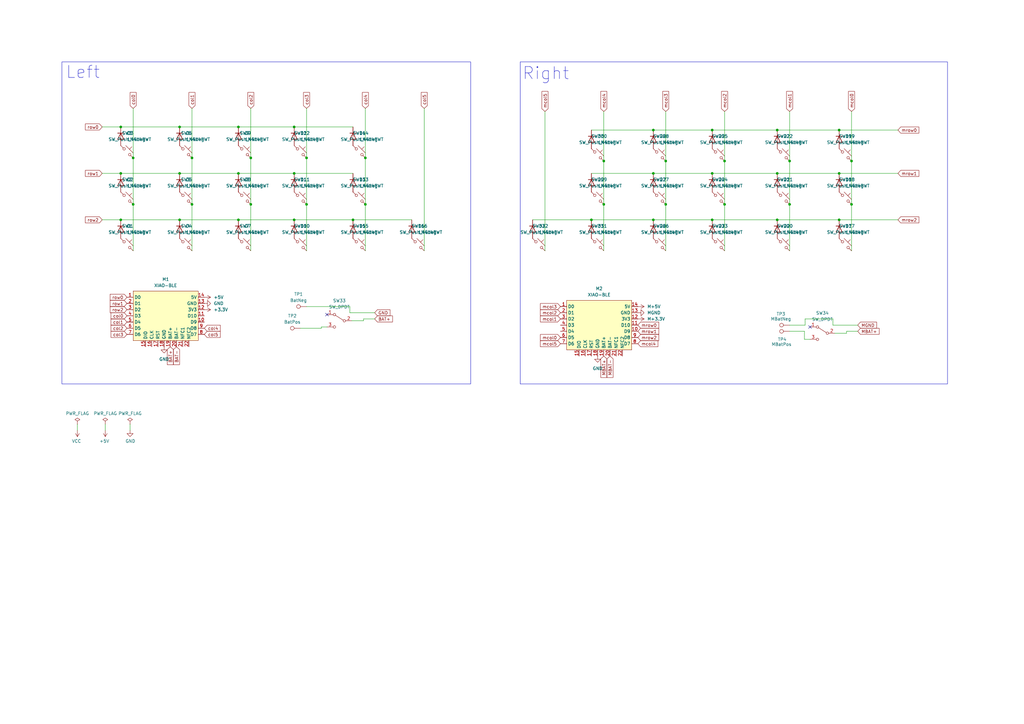
<source format=kicad_sch>
(kicad_sch (version 20250114) (generator "eeschema") (generator_version "9.0")
  (paper "A3")
  (lib_symbols
    (symbol "+5V_1" (power) (pin_numbers (hide yes)) (pin_names (offset 0) (hide yes))
      (property "Value" "+5V" (at 0 3.556 0))
      (symbol "+5V_1_0_1"
        (polyline (pts (xy -0.762 1.27) (xy 0 2.54)))
        (polyline (pts (xy 0 2.54) (xy 0.762 1.27)))
        (polyline (pts (xy 0 0) (xy 0 2.54)))
      )
      (symbol "+5V_1_1_1"
        (pin power_in line (at 0 0 90) (length 0) (name "~") (number "1"))
      )
    )
    (symbol "Connector:TestPoint" (pin_numbers (hide yes)) (pin_names (offset 0.762) (hide yes))
      (property "Reference" "TP" (at 0 6.858 0))
      (property "Value" "TestPoint" (at 0 5.08 0))
      (symbol "TestPoint_0_1"
        (circle (center 0 3.302) (radius 0.762))
      )
      (symbol "TestPoint_1_1"
        (pin passive line (at 0 0 90) (length 2.54) (name "1") (number "1"))
      )
    )
    (symbol "Diode:1N4148WT" (pin_numbers (hide yes)) (pin_names (hide yes))
      (property "Reference" "D" (at 0 2.54 0))
      (property "Value" "1N4148WT" (at 0 -2.54 0))
      (symbol "1N4148WT_0_1"
        (polyline (pts (xy -1.27 1.27) (xy -1.27 -1.27)) (stroke (width 0.254)))
        (polyline (pts (xy 1.27 1.27) (xy 1.27 -1.27) (xy -1.27 0) (xy 1.27 1.27)) (stroke (width 0.254)))
        (polyline (pts (xy 1.27 0) (xy -1.27 0)))
      )
      (symbol "1N4148WT_1_1"
        (pin passive line (at -3.81 0 0) (length 2.54) (name "K") (number "1"))
        (pin passive line (at 3.81 0 180) (length 2.54) (name "A") (number "2"))
      )
    )
    (symbol "GND_1" (power) (pin_numbers (hide yes)) (pin_names (offset 0) (hide yes))
      (property "Value" "GND" (at 0 -3.81 0))
      (symbol "GND_1_0_1"
        (polyline (pts (xy 0 0) (xy 0 -1.27) (xy 1.27 -1.27) (xy 0 -2.54) (xy -1.27 -1.27) (xy 0 -1.27)))
      )
      (symbol "GND_1_1_1"
        (pin power_in line (at 0 0 270) (length 0) (name "~") (number "1"))
      )
    )
    (symbol "Switch:SW_Push_45deg" (pin_numbers (hide yes)) (pin_names (offset 1.016) (hide yes))
      (property "Reference" "SW" (at 3.048 1.016 0))
      (property "Value" "SW_Push_45deg" (at 0 -3.81 0))
      (symbol "SW_Push_45deg_0_1"
        (polyline (pts (xy -2.54 2.54) (xy -1.524 1.524) (xy -1.524 1.524)))
        (circle (center -1.1684 1.1684) (radius 0.508))
        (polyline (pts (xy -0.508 2.54) (xy 2.54 -0.508)))
        (polyline (pts (xy 1.016 1.016) (xy 2.032 2.032)))
        (circle (center 1.143 -1.1938) (radius 0.508))
        (polyline (pts (xy 1.524 -1.524) (xy 2.54 -2.54) (xy 2.54 -2.54) (xy 2.54 -2.54)))
        (pin passive line (at -2.54 2.54 0) (length 0) (name "1") (number "1"))
        (pin passive line (at 2.54 -2.54 180) (length 0) (name "2") (number "2"))
      )
    )
    (symbol "fingerpunch:XIAO-BLE"
      (property "Reference" "M" (at 0 0 0))
      (property "Value" "XIAO-BLE" (at 0 2.54 0))
      (symbol "XIAO-BLE_0_1"
        (rectangle (start -12.7 10.16) (end 13.97 -10.16) (fill (type background)))
      )
      (symbol "XIAO-BLE_1_1"
        (pin bidirectional line (at -15.24 7.62 0) (length 2.54) (name "D0") (number "1"))
        (pin bidirectional line (at -15.24 5.08 0) (length 2.54) (name "D1") (number "2"))
        (pin bidirectional line (at -15.24 2.54 0) (length 2.54) (name "D2") (number "3"))
        (pin bidirectional line (at -15.24 0 0) (length 2.54) (name "D3") (number "4"))
        (pin bidirectional line (at -15.24 -2.54 0) (length 2.54) (name "D4") (number "5"))
        (pin bidirectional line (at -15.24 -5.08 0) (length 2.54) (name "D5") (number "6"))
        (pin bidirectional line (at -15.24 -7.62 0) (length 2.54) (name "D6") (number "7"))
        (pin bidirectional line (at -7.62 -12.7 90) (length 2.54) (name "DIO") (number "15"))
        (pin bidirectional line (at -5.08 -12.7 90) (length 2.54) (name "CLK") (number "16"))
        (pin bidirectional line (at -2.54 -12.7 90) (length 2.54) (name "RST") (number "17"))
        (pin bidirectional line (at 0 -12.7 90) (length 2.54) (name "GND") (number "18"))
        (pin bidirectional line (at 2.54 -12.7 90) (length 2.54) (name "BAT+") (number "19"))
        (pin bidirectional line (at 5.08 -12.7 90) (length 2.54) (name "BAT-") (number "20"))
        (pin bidirectional line (at 7.62 -12.7 90) (length 2.54) (name "NFC1") (number "21"))
        (pin bidirectional line (at 10.16 -12.7 90) (length 2.54) (name "NFC2") (number "22"))
        (pin power_in line (at 16.51 7.62 180) (length 2.54) (name "5V") (number "14"))
        (pin power_in line (at 16.51 5.08 180) (length 2.54) (name "GND") (number "13"))
        (pin power_in line (at 16.51 2.54 180) (length 2.54) (name "3V3") (number "12"))
        (pin bidirectional line (at 16.51 0 180) (length 2.54) (name "D10") (number "11"))
        (pin bidirectional line (at 16.51 -2.54 180) (length 2.54) (name "D9") (number "10"))
        (pin bidirectional line (at 16.51 -5.08 180) (length 2.54) (name "D8") (number "9"))
        (pin bidirectional line (at 16.51 -7.62 180) (length 2.54) (name "D7") (number "8"))
      )
    )
    (symbol "jiran-ble:SW_DPDT" (pin_names (hide yes))
      (property "Reference" "SW" (at 0 7.62 0))
      (property "Value" "SW_DPDT" (at 0 5.715 0))
      (symbol "SW_DPDT_0_0"
        (circle (center -3.302 0) (radius 0.508))
        (circle (center 0.762 -2.54) (radius 0.508))
      )
      (symbol "SW_DPDT_0_1"
        (polyline (pts (xy -2.794 0.254) (xy 0.381 2.286)))
        (circle (center 0.762 2.54) (radius 0.508))
      )
      (symbol "SW_DPDT_1_1"
        (pin passive line (at -6.35 0 0) (length 2.54) (name "B") (number "2"))
        (pin passive line (at 3.81 2.54 180) (length 2.54) (name "A") (number "1"))
        (pin passive line (at 3.81 -2.54 180) (length 2.54) (name "C") (number "3"))
      )
    )
    (symbol "power:+3.3V" (power) (pin_numbers (hide yes)) (pin_names (offset 0) (hide yes))
      (property "Value" "+3.3V" (at 0 3.556 0))
      (symbol "+3.3V_0_1"
        (polyline (pts (xy -0.762 1.27) (xy 0 2.54)))
        (polyline (pts (xy 0 2.54) (xy 0.762 1.27)))
        (polyline (pts (xy 0 0) (xy 0 2.54)))
      )
      (symbol "+3.3V_1_1"
        (pin power_in line (at 0 0 90) (length 0) (name "~") (number "1"))
      )
    )
    (symbol "power:+5V" (power) (pin_names (offset 0))
      (property "Value" "+5V" (at 0 3.556 0))
      (symbol "+5V_0_1"
        (polyline (pts (xy -0.762 1.27) (xy 0 2.54)))
        (polyline (pts (xy 0 2.54) (xy 0.762 1.27)))
        (polyline (pts (xy 0 0) (xy 0 2.54)))
      )
      (symbol "+5V_1_1"
        (pin power_in line (at 0 0 90) (length 0) (hide yes) (name "+5V") (number "1"))
      )
    )
    (symbol "power:GND" (power) (pin_names (offset 0))
      (property "Value" "GND" (at 0 -3.81 0))
      (symbol "GND_0_1"
        (polyline (pts (xy 0 0) (xy 0 -1.27) (xy 1.27 -1.27) (xy 0 -2.54) (xy -1.27 -1.27) (xy 0 -1.27)))
      )
      (symbol "GND_1_1"
        (pin power_in line (at 0 0 270) (length 0) (hide yes) (name "GND") (number "1"))
      )
    )
    (symbol "power:PWR_FLAG" (power) (pin_numbers (hide yes)) (pin_names (offset 0) (hide yes))
      (property "Value" "PWR_FLAG" (at 0 3.81 0))
      (symbol "PWR_FLAG_0_0"
        (pin power_out line (at 0 0 90) (length 0) (name "pwr") (number "1"))
      )
      (symbol "PWR_FLAG_0_1"
        (polyline (pts (xy 0 0) (xy 0 1.27) (xy -1.016 1.905) (xy 0 2.54) (xy 1.016 1.905) (xy 0 1.27)))
      )
    )
    (symbol "power:VCC" (power) (pin_names (offset 0))
      (property "Value" "VCC" (at 0 3.81 0))
      (symbol "VCC_0_1"
        (polyline (pts (xy -0.762 1.27) (xy 0 2.54)))
        (polyline (pts (xy 0 2.54) (xy 0.762 1.27)))
        (polyline (pts (xy 0 0) (xy 0 2.54)))
      )
      (symbol "VCC_1_1"
        (pin power_in line (at 0 0 90) (length 0) (hide yes) (name "VCC") (number "1"))
      )
    )
  )
  (rectangle (start 25.4 25.4) (end 193.04 157.48))
  (rectangle (start 213.36 25.4) (end 388.62 157.48))
  (text "Right" (at 214.122 30.226 0) (effects (font (size 5 5)) (justify left)))
  (text "Left" (at 26.924 29.718 0) (effects (font (size 5 5)) (justify left)))
  (junction (at 344.17 90.17))
  (junction (at 273.05 83.82))
  (junction (at 125.73 64.77))
  (junction (at 292.1 90.17))
  (junction (at 102.87 83.82))
  (junction (at 73.66 90.17))
  (junction (at 54.61 64.77))
  (junction (at 49.53 52.07))
  (junction (at 267.97 71.12))
  (junction (at 318.77 71.12))
  (junction (at 267.97 90.17))
  (junction (at 144.78 90.17))
  (junction (at 73.66 52.07))
  (junction (at 297.18 66.04))
  (junction (at 78.74 83.82))
  (junction (at 323.85 66.04))
  (junction (at 318.77 53.34))
  (junction (at 273.05 66.04))
  (junction (at 323.85 83.82))
  (junction (at 54.61 83.82))
  (junction (at 297.18 83.82))
  (junction (at 97.79 52.07))
  (junction (at 247.65 66.04))
  (junction (at 149.86 64.77))
  (junction (at 267.97 53.34))
  (junction (at 97.79 71.12))
  (junction (at 349.25 66.04))
  (junction (at 344.17 53.34))
  (junction (at 78.74 64.77))
  (junction (at 120.65 71.12))
  (junction (at 344.17 71.12))
  (junction (at 120.65 52.07))
  (junction (at 318.77 90.17))
  (junction (at 49.53 90.17))
  (junction (at 242.57 90.17))
  (junction (at 120.65 90.17))
  (junction (at 102.87 64.77))
  (junction (at 349.25 83.82))
  (junction (at 149.86 83.82))
  (junction (at 49.53 71.12))
  (junction (at 125.73 83.82))
  (junction (at 247.65 83.82))
  (junction (at 292.1 53.34))
  (junction (at 292.1 71.12))
  (junction (at 73.66 71.12))
  (junction (at 97.79 90.17))
  (no_connect (at 134.112 129.032))
  (no_connect (at 332.232 134.112))
  (wire (pts (xy 134.112 134.112) (xy 131.826 134.112)))
  (wire (pts (xy 125.73 44.45) (xy 125.73 64.77)))
  (wire (pts (xy 78.74 64.77) (xy 78.74 83.82)))
  (wire (pts (xy 120.65 71.12) (xy 144.78 71.12)))
  (wire (pts (xy 149.86 83.82) (xy 149.86 64.77)))
  (wire (pts (xy 323.85 45.72) (xy 323.85 66.04)))
  (wire (pts (xy 43.18 173.99) (xy 43.18 176.53)))
  (wire (pts (xy 323.85 83.82) (xy 323.85 102.87)))
  (wire (pts (xy 125.73 64.77) (xy 125.73 83.82)))
  (wire (pts (xy 78.74 83.82) (xy 78.74 102.87)))
  (wire (pts (xy 351.79 135.89) (xy 347.218 135.89)))
  (wire (pts (xy 125.73 125.73) (xy 143.51 125.73)))
  (wire (pts (xy 41.91 90.17) (xy 49.53 90.17)))
  (wire (pts (xy 31.75 173.99) (xy 31.75 176.53)))
  (wire (pts (xy 247.65 45.72) (xy 247.65 66.04)))
  (wire (pts (xy 73.66 90.17) (xy 97.79 90.17)))
  (wire (pts (xy 41.91 71.12) (xy 49.53 71.12)))
  (wire (pts (xy 347.218 136.652) (xy 342.392 136.652)))
  (wire (pts (xy 297.18 66.04) (xy 297.18 83.82)))
  (wire (pts (xy 102.87 64.77) (xy 102.87 83.82)))
  (wire (pts (xy 149.098 131.572) (xy 144.272 131.572)))
  (wire (pts (xy 73.66 52.07) (xy 97.79 52.07)))
  (wire (pts (xy 273.05 45.72) (xy 273.05 66.04)))
  (wire (pts (xy 347.218 135.89) (xy 347.218 136.652)))
  (wire (pts (xy 341.63 133.35) (xy 341.63 130.81)))
  (wire (pts (xy 149.098 130.81) (xy 149.098 131.572)))
  (wire (pts (xy 53.34 173.99) (xy 53.34 176.53)))
  (wire (pts (xy 143.51 128.27) (xy 143.51 125.73)))
  (wire (pts (xy 329.946 139.192) (xy 329.946 135.89)))
  (wire (pts (xy 323.85 135.89) (xy 329.946 135.89)))
  (wire (pts (xy 344.17 71.12) (xy 318.77 71.12)))
  (wire (pts (xy 318.77 53.34) (xy 344.17 53.34)))
  (wire (pts (xy 144.78 90.17) (xy 168.91 90.17)))
  (wire (pts (xy 332.232 139.192) (xy 329.946 139.192)))
  (wire (pts (xy 349.25 45.72) (xy 349.25 66.04)))
  (wire (pts (xy 267.97 71.12) (xy 242.57 71.12)))
  (wire (pts (xy 102.87 83.82) (xy 102.87 102.87)))
  (wire (pts (xy 49.53 71.12) (xy 73.66 71.12)))
  (wire (pts (xy 247.65 83.82) (xy 247.65 102.87)))
  (wire (pts (xy 341.63 133.35) (xy 351.79 133.35)))
  (wire (pts (xy 73.66 71.12) (xy 97.79 71.12)))
  (wire (pts (xy 297.18 83.82) (xy 297.18 102.87)))
  (wire (pts (xy 349.25 83.82) (xy 349.25 102.87)))
  (wire (pts (xy 349.25 66.04) (xy 349.25 83.82)))
  (wire (pts (xy 318.77 90.17) (xy 344.17 90.17)))
  (wire (pts (xy 120.65 52.07) (xy 144.78 52.07)))
  (wire (pts (xy 292.1 90.17) (xy 318.77 90.17)))
  (wire (pts (xy 344.17 90.17) (xy 368.3 90.17)))
  (wire (pts (xy 341.63 130.81) (xy 330.2 130.81)))
  (wire (pts (xy 153.67 130.81) (xy 149.098 130.81)))
  (wire (pts (xy 97.79 52.07) (xy 120.65 52.07)))
  (wire (pts (xy 292.1 71.12) (xy 267.97 71.12)))
  (wire (pts (xy 78.74 44.45) (xy 78.74 64.77)))
  (wire (pts (xy 368.3 71.12) (xy 344.17 71.12)))
  (wire (pts (xy 297.18 45.72) (xy 297.18 66.04)))
  (wire (pts (xy 125.73 83.82) (xy 125.73 102.87)))
  (wire (pts (xy 54.61 44.45) (xy 54.61 64.77)))
  (wire (pts (xy 323.85 133.35) (xy 330.2 133.35)))
  (wire (pts (xy 318.77 71.12) (xy 292.1 71.12)))
  (wire (pts (xy 267.97 90.17) (xy 292.1 90.17)))
  (wire (pts (xy 323.85 66.04) (xy 323.85 83.82)))
  (wire (pts (xy 242.57 90.17) (xy 267.97 90.17)))
  (wire (pts (xy 102.87 44.45) (xy 102.87 64.77)))
  (wire (pts (xy 120.65 90.17) (xy 144.78 90.17)))
  (wire (pts (xy 123.19 134.62) (xy 131.826 134.62)))
  (wire (pts (xy 247.65 66.04) (xy 247.65 83.82)))
  (wire (pts (xy 223.52 45.72) (xy 223.52 102.87)))
  (wire (pts (xy 54.61 83.82) (xy 54.61 102.87)))
  (wire (pts (xy 131.826 134.112) (xy 131.826 134.62)))
  (wire (pts (xy 292.1 53.34) (xy 318.77 53.34)))
  (wire (pts (xy 267.97 53.34) (xy 292.1 53.34)))
  (wire (pts (xy 344.17 53.34) (xy 368.3 53.34)))
  (wire (pts (xy 173.99 44.45) (xy 173.99 102.87)))
  (wire (pts (xy 149.86 64.77) (xy 149.86 44.45)))
  (wire (pts (xy 149.86 83.82) (xy 149.86 102.87)))
  (wire (pts (xy 97.79 71.12) (xy 120.65 71.12)))
  (wire (pts (xy 242.57 53.34) (xy 267.97 53.34)))
  (wire (pts (xy 143.51 128.27) (xy 153.67 128.27)))
  (wire (pts (xy 330.2 130.81) (xy 330.2 133.35)))
  (wire (pts (xy 49.53 90.17) (xy 73.66 90.17)))
  (wire (pts (xy 97.79 90.17) (xy 120.65 90.17)))
  (wire (pts (xy 54.61 64.77) (xy 54.61 83.82)))
  (wire (pts (xy 49.53 52.07) (xy 73.66 52.07)))
  (wire (pts (xy 273.05 66.04) (xy 273.05 83.82)))
  (wire (pts (xy 273.05 83.82) (xy 273.05 102.87)))
  (wire (pts (xy 41.91 52.07) (xy 49.53 52.07)))
  (wire (pts (xy 218.44 90.17) (xy 242.57 90.17)))
  (global_label "row2" (shape input) (at 41.91 90.17 180) (property "Intersheetrefs" "${INTERSHEET_REFS}" (effects (hide yes))))
  (global_label "mrow2" (shape input) (at 261.62 138.43 0) (property "Intersheetrefs" "${INTERSHEET_REFS}" (effects (hide yes))))
  (global_label "mcol5" (shape input) (at 223.52 45.72 90) (property "Intersheetrefs" "${INTERSHEET_REFS}" (effects (hide yes))))
  (global_label "mcol1" (shape input) (at 323.85 45.72 90) (property "Intersheetrefs" "${INTERSHEET_REFS}" (effects (hide yes))))
  (global_label "MBAT-" (shape input) (at 250.19 146.05 270) (property "Intersheetrefs" "${INTERSHEET_REFS}" (effects (hide yes))))
  (global_label "mcol2" (shape input) (at 229.87 128.27 180) (property "Intersheetrefs" "${INTERSHEET_REFS}" (effects (hide yes))))
  (global_label "mcol5" (shape input) (at 229.87 140.97 180) (property "Intersheetrefs" "${INTERSHEET_REFS}" (effects (hide yes))))
  (global_label "MGND" (shape input) (at 351.79 133.35 0) (property "Intersheetrefs" "${INTERSHEET_REFS}" (effects (hide yes))))
  (global_label "mrow0" (shape input) (at 368.3 53.34 0) (property "Intersheetrefs" "${INTERSHEET_REFS}" (effects (hide yes))))
  (global_label "mcol4" (shape input) (at 247.65 45.72 90) (property "Intersheetrefs" "${INTERSHEET_REFS}" (effects (hide yes))))
  (global_label "mcol3" (shape input) (at 229.87 125.73 180) (property "Intersheetrefs" "${INTERSHEET_REFS}" (effects (hide yes))))
  (global_label "BAT+" (shape input) (at 153.67 130.81 0) (property "Intersheetrefs" "${INTERSHEET_REFS}" (effects (hide yes))))
  (global_label "col1" (shape input) (at 78.74 44.45 90) (property "Intersheetrefs" "${INTERSHEET_REFS}" (effects (hide yes))))
  (global_label "row2" (shape input) (at 52.07 127 180) (property "Intersheetrefs" "${INTERSHEET_REFS}" (effects (hide yes))))
  (global_label "row0" (shape input) (at 52.07 121.92 180) (property "Intersheetrefs" "${INTERSHEET_REFS}" (effects (hide yes))))
  (global_label "row0" (shape input) (at 41.91 52.07 180) (property "Intersheetrefs" "${INTERSHEET_REFS}" (effects (hide yes))))
  (global_label "mcol0" (shape input) (at 229.87 138.43 180) (property "Intersheetrefs" "${INTERSHEET_REFS}" (effects (hide yes))))
  (global_label "mrow2" (shape input) (at 368.3 90.17 0) (property "Intersheetrefs" "${INTERSHEET_REFS}" (effects (hide yes))))
  (global_label "MBAT+" (shape input) (at 247.65 146.05 270) (property "Intersheetrefs" "${INTERSHEET_REFS}" (effects (hide yes))))
  (global_label "mcol2" (shape input) (at 297.18 45.72 90) (property "Intersheetrefs" "${INTERSHEET_REFS}" (effects (hide yes))))
  (global_label "mrow1" (shape input) (at 261.62 135.89 0) (property "Intersheetrefs" "${INTERSHEET_REFS}" (effects (hide yes))))
  (global_label "BAT+" (shape input) (at 69.85 142.24 270) (property "Intersheetrefs" "${INTERSHEET_REFS}" (effects (hide yes))))
  (global_label "MBAT+" (shape input) (at 351.79 135.89 0) (property "Intersheetrefs" "${INTERSHEET_REFS}" (effects (hide yes))))
  (global_label "col4" (shape input) (at 83.82 134.62 0) (property "Intersheetrefs" "${INTERSHEET_REFS}" (effects (hide yes))))
  (global_label "mcol1" (shape input) (at 229.87 130.81 180) (property "Intersheetrefs" "${INTERSHEET_REFS}" (effects (hide yes))))
  (global_label "mrow1" (shape input) (at 368.3 71.12 0) (property "Intersheetrefs" "${INTERSHEET_REFS}" (effects (hide yes))))
  (global_label "BAT-" (shape input) (at 72.39 142.24 270) (property "Intersheetrefs" "${INTERSHEET_REFS}" (effects (hide yes))))
  (global_label "GND" (shape input) (at 153.67 128.27 0) (property "Intersheetrefs" "${INTERSHEET_REFS}" (effects (hide yes))))
  (global_label "col4" (shape input) (at 149.86 44.45 90) (property "Intersheetrefs" "${INTERSHEET_REFS}" (effects (hide yes))))
  (global_label "col2" (shape input) (at 52.07 134.62 180) (property "Intersheetrefs" "${INTERSHEET_REFS}" (effects (hide yes))))
  (global_label "col1" (shape input) (at 52.07 132.08 180) (property "Intersheetrefs" "${INTERSHEET_REFS}" (effects (hide yes))))
  (global_label "col5" (shape input) (at 83.82 137.16 0) (property "Intersheetrefs" "${INTERSHEET_REFS}" (effects (hide yes))))
  (global_label "col3" (shape input) (at 125.73 44.45 90) (property "Intersheetrefs" "${INTERSHEET_REFS}" (effects (hide yes))))
  (global_label "col3" (shape input) (at 52.07 137.16 180) (property "Intersheetrefs" "${INTERSHEET_REFS}" (effects (hide yes))))
  (global_label "row1" (shape input) (at 52.07 124.46 180) (property "Intersheetrefs" "${INTERSHEET_REFS}" (effects (hide yes))))
  (global_label "row1" (shape input) (at 41.91 71.12 180) (property "Intersheetrefs" "${INTERSHEET_REFS}" (effects (hide yes))))
  (global_label "col0" (shape input) (at 54.61 44.45 90) (property "Intersheetrefs" "${INTERSHEET_REFS}" (effects (hide yes))))
  (global_label "col0" (shape input) (at 52.07 129.54 180) (property "Intersheetrefs" "${INTERSHEET_REFS}" (effects (hide yes))))
  (global_label "col5" (shape input) (at 173.99 44.45 90) (property "Intersheetrefs" "${INTERSHEET_REFS}" (effects (hide yes))))
  (global_label "mrow0" (shape input) (at 261.62 133.35 0) (property "Intersheetrefs" "${INTERSHEET_REFS}" (effects (hide yes))))
  (global_label "col2" (shape input) (at 102.87 44.45 90) (property "Intersheetrefs" "${INTERSHEET_REFS}" (effects (hide yes))))
  (global_label "mcol3" (shape input) (at 273.05 45.72 90) (property "Intersheetrefs" "${INTERSHEET_REFS}" (effects (hide yes))))
  (global_label "mcol0" (shape input) (at 349.25 45.72 90) (property "Intersheetrefs" "${INTERSHEET_REFS}" (effects (hide yes))))
  (global_label "mcol4" (shape input) (at 261.62 140.97 0) (property "Intersheetrefs" "${INTERSHEET_REFS}" (effects (hide yes))))
  (symbol (lib_id "Diode:1N4148WT") (at 318.77 93.98 270) (unit 1)
    (property "Reference" "D20" (at 321.31 92.7099 90) (effects (justify left)))
    (property "Value" "1N4148WT" (at 321.31 95.2499 90) (effects (justify left)))
    (property "Footprint" "Diode_SMD:D_SOD-523" (effects (hide yes)))
    (property "Datasheet" "https://www.diodes.com/assets/Datasheets/ds30396.pdf" (effects (hide yes)))
    (property "Description" "75V 0.15A Fast switching Diode, SOD-523" (effects (hide yes)))
    (property "Sim.Device" "D" (effects (hide yes)))
    (property "Sim.Pins" "1=K 2=A" (effects (hide yes)))
  )
  (symbol (lib_id "Diode:1N4148WT") (at 144.78 93.98 270) (unit 1)
    (property "Reference" "D15" (at 147.32 92.7099 90) (effects (justify left)))
    (property "Value" "1N4148WT" (at 147.32 95.2499 90) (effects (justify left)))
    (property "Footprint" "Diode_SMD:D_SOD-523" (effects (hide yes)))
    (property "Datasheet" "https://www.diodes.com/assets/Datasheets/ds30396.pdf" (effects (hide yes)))
    (property "Description" "75V 0.15A Fast switching Diode, SOD-523" (effects (hide yes)))
    (property "Sim.Device" "D" (effects (hide yes)))
    (property "Sim.Pins" "1=K 2=A" (effects (hide yes)))
  )
  (symbol (lib_id "Diode:1N4148WT") (at 344.17 74.93 270) (unit 1)
    (property "Reference" "D18" (at 346.71 73.6599 90) (effects (justify left)))
    (property "Value" "1N4148WT" (at 346.71 76.1999 90) (effects (justify left)))
    (property "Footprint" "Diode_SMD:D_SOD-523" (effects (hide yes)))
    (property "Datasheet" "https://www.diodes.com/assets/Datasheets/ds30396.pdf" (effects (hide yes)))
    (property "Description" "75V 0.15A Fast switching Diode, SOD-523" (effects (hide yes)))
    (property "Sim.Device" "D" (effects (hide yes)))
    (property "Sim.Pins" "1=K 2=A" (effects (hide yes)))
  )
  (symbol (lib_id "Diode:1N4148WT") (at 292.1 57.15 270) (unit 1)
    (property "Reference" "D25" (at 294.64 55.8799 90) (effects (justify left)))
    (property "Value" "1N4148WT" (at 294.64 58.4199 90) (effects (justify left)))
    (property "Footprint" "Diode_SMD:D_SOD-523" (effects (hide yes)))
    (property "Datasheet" "https://www.diodes.com/assets/Datasheets/ds30396.pdf" (effects (hide yes)))
    (property "Description" "75V 0.15A Fast switching Diode, SOD-523" (effects (hide yes)))
    (property "Sim.Device" "D" (effects (hide yes)))
    (property "Sim.Pins" "1=K 2=A" (effects (hide yes)))
  )
  (symbol (lib_id "power:+3.3V") (at 83.82 127 270) (unit 1)
    (property "Reference" "#PWR08" (effects (hide yes)))
    (property "Value" "+3.3V" (at 87.63 126.9999 90) (effects (justify left)))
    (property "Description" "Power symbol creates a global label with name \"+3.3V\"" (effects (hide yes)))
  )
  (symbol (lib_id "Switch:SW_Push_45deg") (at 76.2 100.33 0) (unit 1)
    (property "Reference" "SW4" (at 76.2 92.71 0))
    (property "Value" "SW_Push_45deg" (at 76.2 95.25 0))
    (property "Footprint" "xxLib:Switch_MXChocV2_combo" (effects (hide yes)))
    (property "Description" "Push button switch, normally open, two pins, 45° tilted" (effects (hide yes)))
  )
  (symbol (lib_id "Diode:1N4148WT") (at 97.79 55.88 270) (unit 1)
    (property "Reference" "D9" (at 100.33 54.6099 90) (effects (justify left)))
    (property "Value" "1N4148WT" (at 100.33 57.1499 90) (effects (justify left)))
    (property "Footprint" "Diode_SMD:D_SOD-523" (effects (hide yes)))
    (property "Datasheet" "https://www.diodes.com/assets/Datasheets/ds30396.pdf" (effects (hide yes)))
    (property "Description" "75V 0.15A Fast switching Diode, SOD-523" (effects (hide yes)))
    (property "Sim.Device" "D" (effects (hide yes)))
    (property "Sim.Pins" "1=K 2=A" (effects (hide yes)))
  )
  (symbol (lib_id "power:+5V") (at 43.18 176.53 180) (unit 1)
    (property "Reference" "#PWR02" (effects (hide yes)))
    (property "Value" "+5V" (at 42.799 180.9242 0))
  )
  (symbol (lib_id "Switch:SW_Push_45deg") (at 294.64 63.5 0) (unit 1)
    (property "Reference" "SW25" (at 294.64 55.88 0))
    (property "Value" "SW_Push_45deg" (at 294.64 58.42 0))
    (property "Footprint" "xxLib:Switch_MXChocV2_combo" (effects (hide yes)))
    (property "Description" "Push button switch, normally open, two pins, 45° tilted" (effects (hide yes)))
  )
  (symbol (lib_id "Diode:1N4148WT") (at 144.78 55.88 270) (unit 1)
    (property "Reference" "D14" (at 147.32 54.6099 90) (effects (justify left)))
    (property "Value" "1N4148WT" (at 147.32 57.1499 90) (effects (justify left)))
    (property "Footprint" "Diode_SMD:D_SOD-523" (effects (hide yes)))
    (property "Datasheet" "https://www.diodes.com/assets/Datasheets/ds30396.pdf" (effects (hide yes)))
    (property "Description" "75V 0.15A Fast switching Diode, SOD-523" (effects (hide yes)))
    (property "Sim.Device" "D" (effects (hide yes)))
    (property "Sim.Pins" "1=K 2=A" (effects (hide yes)))
  )
  (symbol (lib_id "Switch:SW_Push_45deg") (at 147.32 100.33 0) (unit 1)
    (property "Reference" "SW15" (at 147.32 92.71 0))
    (property "Value" "SW_Push_45deg" (at 147.32 95.25 0))
    (property "Footprint" "xxLib:Switch_MXChocV2_combo" (effects (hide yes)))
    (property "Description" "Push button switch, normally open, two pins, 45° tilted" (effects (hide yes)))
  )
  (symbol (lib_id "Switch:SW_Push_45deg") (at 270.51 63.5 0) (unit 1)
    (property "Reference" "SW28" (at 270.51 55.88 0))
    (property "Value" "SW_Push_45deg" (at 270.51 58.42 0))
    (property "Footprint" "xxLib:Switch_MXChocV2_combo" (effects (hide yes)))
    (property "Description" "Push button switch, normally open, two pins, 45° tilted" (effects (hide yes)))
  )
  (symbol (lib_id "Diode:1N4148WT") (at 242.57 93.98 270) (unit 1)
    (property "Reference" "D31" (at 245.11 92.7099 90) (effects (justify left)))
    (property "Value" "1N4148WT" (at 245.11 95.2499 90) (effects (justify left)))
    (property "Footprint" "Diode_SMD:D_SOD-523" (effects (hide yes)))
    (property "Datasheet" "https://www.diodes.com/assets/Datasheets/ds30396.pdf" (effects (hide yes)))
    (property "Description" "75V 0.15A Fast switching Diode, SOD-523" (effects (hide yes)))
    (property "Sim.Device" "D" (effects (hide yes)))
    (property "Sim.Pins" "1=K 2=A" (effects (hide yes)))
  )
  (symbol (lib_id "Switch:SW_Push_45deg") (at 321.31 100.33 0) (unit 1)
    (property "Reference" "SW20" (at 321.31 92.71 0))
    (property "Value" "SW_Push_45deg" (at 321.31 95.25 0))
    (property "Footprint" "xxLib:Switch_MXChocV2_combo" (effects (hide yes)))
    (property "Description" "Push button switch, normally open, two pins, 45° tilted" (effects (hide yes)))
  )
  (symbol (lib_id "Connector:TestPoint") (at 123.19 134.62 90) (unit 1)
    (property "Reference" "TP2" (at 119.888 129.54 90))
    (property "Value" "BatPos" (at 119.888 132.08 90))
    (property "Footprint" "xxLib:SMDPad" (effects (hide yes)))
    (property "Description" "test point" (effects (hide yes)))
  )
  (symbol (lib_name "GND_1") (lib_id "power:GND") (at 83.82 124.46 90) (unit 1)
    (property "Reference" "#PWR04" (effects (hide yes)))
    (property "Value" "GND" (at 87.63 124.4599 90) (effects (justify right)))
    (property "Description" "Power symbol creates a global label with name \"GND\" , ground" (effects (hide yes)))
  )
  (symbol (lib_id "Switch:SW_Push_45deg") (at 100.33 100.33 0) (unit 1)
    (property "Reference" "SW7" (at 100.33 92.71 0))
    (property "Value" "SW_Push_45deg" (at 100.33 95.25 0))
    (property "Footprint" "xxLib:Switch_MXChocV2_combo" (effects (hide yes)))
    (property "Description" "Push button switch, normally open, two pins, 45° tilted" (effects (hide yes)))
  )
  (symbol (lib_id "Switch:SW_Push_45deg") (at 220.98 100.33 0) (unit 1)
    (property "Reference" "SW32" (at 220.98 92.71 0))
    (property "Value" "SW_Push_45deg" (at 220.98 95.25 0))
    (property "Footprint" "xxLib:Switch_MXChocV2_combo" (effects (hide yes)))
    (property "Description" "Push button switch, normally open, two pins, 45° tilted" (effects (hide yes)))
  )
  (symbol (lib_id "Diode:1N4148WT") (at 49.53 74.93 270) (unit 1)
    (property "Reference" "D2" (at 52.07 73.6599 90) (effects (justify left)))
    (property "Value" "1N4148WT" (at 52.07 76.1999 90) (effects (justify left)))
    (property "Footprint" "Diode_SMD:D_SOD-523" (effects (hide yes)))
    (property "Datasheet" "https://www.diodes.com/assets/Datasheets/ds30396.pdf" (effects (hide yes)))
    (property "Description" "75V 0.15A Fast switching Diode, SOD-523" (effects (hide yes)))
    (property "Sim.Device" "D" (effects (hide yes)))
    (property "Sim.Pins" "1=K 2=A" (effects (hide yes)))
  )
  (symbol (lib_id "Diode:1N4148WT") (at 120.65 74.93 270) (unit 1)
    (property "Reference" "D11" (at 123.19 73.6599 90) (effects (justify left)))
    (property "Value" "1N4148WT" (at 123.19 76.1999 90) (effects (justify left)))
    (property "Footprint" "Diode_SMD:D_SOD-523" (effects (hide yes)))
    (property "Datasheet" "https://www.diodes.com/assets/Datasheets/ds30396.pdf" (effects (hide yes)))
    (property "Description" "75V 0.15A Fast switching Diode, SOD-523" (effects (hide yes)))
    (property "Sim.Device" "D" (effects (hide yes)))
    (property "Sim.Pins" "1=K 2=A" (effects (hide yes)))
  )
  (symbol (lib_id "Switch:SW_Push_45deg") (at 123.19 81.28 0) (unit 1)
    (property "Reference" "SW11" (at 123.19 73.66 0))
    (property "Value" "SW_Push_45deg" (at 123.19 76.2 0))
    (property "Footprint" "xxLib:Switch_MXChocV2_combo" (effects (hide yes)))
    (property "Description" "Push button switch, normally open, two pins, 45° tilted" (effects (hide yes)))
  )
  (symbol (lib_name "GND_1") (lib_id "power:GND") (at 67.31 142.24 0) (unit 1)
    (property "Reference" "#PWR05" (effects (hide yes)))
    (property "Value" "GND" (at 67.31 147.32 0))
    (property "Description" "Power symbol creates a global label with name \"GND\" , ground" (effects (hide yes)))
  )
  (symbol (lib_id "Switch:SW_Push_45deg") (at 294.64 100.33 0) (unit 1)
    (property "Reference" "SW23" (at 294.64 92.71 0))
    (property "Value" "SW_Push_45deg" (at 294.64 95.25 0))
    (property "Footprint" "xxLib:Switch_MXChocV2_combo" (effects (hide yes)))
    (property "Description" "Push button switch, normally open, two pins, 45° tilted" (effects (hide yes)))
  )
  (symbol (lib_id "Diode:1N4148WT") (at 292.1 93.98 270) (unit 1)
    (property "Reference" "D23" (at 294.64 92.7099 90) (effects (justify left)))
    (property "Value" "1N4148WT" (at 294.64 95.2499 90) (effects (justify left)))
    (property "Footprint" "Diode_SMD:D_SOD-523" (effects (hide yes)))
    (property "Datasheet" "https://www.diodes.com/assets/Datasheets/ds30396.pdf" (effects (hide yes)))
    (property "Description" "75V 0.15A Fast switching Diode, SOD-523" (effects (hide yes)))
    (property "Sim.Device" "D" (effects (hide yes)))
    (property "Sim.Pins" "1=K 2=A" (effects (hide yes)))
  )
  (symbol (lib_id "Switch:SW_Push_45deg") (at 100.33 81.28 0) (unit 1)
    (property "Reference" "SW8" (at 100.33 73.66 0))
    (property "Value" "SW_Push_45deg" (at 100.33 76.2 0))
    (property "Footprint" "xxLib:Switch_MXChocV2_combo" (effects (hide yes)))
    (property "Description" "Push button switch, normally open, two pins, 45° tilted" (effects (hide yes)))
  )
  (symbol (lib_id "Diode:1N4148WT") (at 318.77 74.93 270) (unit 1)
    (property "Reference" "D21" (at 321.31 73.6599 90) (effects (justify left)))
    (property "Value" "1N4148WT" (at 321.31 76.1999 90) (effects (justify left)))
    (property "Footprint" "Diode_SMD:D_SOD-523" (effects (hide yes)))
    (property "Datasheet" "https://www.diodes.com/assets/Datasheets/ds30396.pdf" (effects (hide yes)))
    (property "Description" "75V 0.15A Fast switching Diode, SOD-523" (effects (hide yes)))
    (property "Sim.Device" "D" (effects (hide yes)))
    (property "Sim.Pins" "1=K 2=A" (effects (hide yes)))
  )
  (symbol (lib_id "jiran-ble:SW_DPDT") (at 137.922 131.572 0) (mirror y) (unit 1)
    (property "Reference" "SW33" (at 139.192 123.317 0))
    (property "Value" "SW_DPDT" (at 139.192 125.857 0))
    (property "Footprint" "Button_Switch_SMD:SW_SPDT_PCM12" (effects (hide yes)))
    (property "LCSC" "C431540" (effects (hide yes)))
  )
  (symbol (lib_id "Diode:1N4148WT") (at 144.78 74.93 270) (unit 1)
    (property "Reference" "D13" (at 147.32 73.6599 90) (effects (justify left)))
    (property "Value" "1N4148WT" (at 147.32 76.1999 90) (effects (justify left)))
    (property "Footprint" "Diode_SMD:D_SOD-523" (effects (hide yes)))
    (property "Datasheet" "https://www.diodes.com/assets/Datasheets/ds30396.pdf" (effects (hide yes)))
    (property "Description" "75V 0.15A Fast switching Diode, SOD-523" (effects (hide yes)))
    (property "Sim.Device" "D" (effects (hide yes)))
    (property "Sim.Pins" "1=K 2=A" (effects (hide yes)))
  )
  (symbol (lib_id "Switch:SW_Push_45deg") (at 245.11 100.33 0) (unit 1)
    (property "Reference" "SW31" (at 245.11 92.71 0))
    (property "Value" "SW_Push_45deg" (at 245.11 95.25 0))
    (property "Footprint" "xxLib:Switch_MXChocV2_combo" (effects (hide yes)))
    (property "Description" "Push button switch, normally open, two pins, 45° tilted" (effects (hide yes)))
  )
  (symbol (lib_id "Switch:SW_Push_45deg") (at 245.11 81.28 0) (unit 1)
    (property "Reference" "SW29" (at 245.11 73.66 0))
    (property "Value" "SW_Push_45deg" (at 245.11 76.2 0))
    (property "Footprint" "xxLib:Switch_MXChocV2_combo" (effects (hide yes)))
    (property "Description" "Push button switch, normally open, two pins, 45° tilted" (effects (hide yes)))
  )
  (symbol (lib_id "Switch:SW_Push_45deg") (at 245.11 63.5 0) (unit 1)
    (property "Reference" "SW30" (at 245.11 55.88 0))
    (property "Value" "SW_Push_45deg" (at 245.11 58.42 0))
    (property "Footprint" "xxLib:Switch_MXChocV2_combo" (effects (hide yes)))
    (property "Description" "Push button switch, normally open, two pins, 45° tilted" (effects (hide yes)))
  )
  (symbol (lib_id "Diode:1N4148WT") (at 73.66 74.93 270) (unit 1)
    (property "Reference" "D5" (at 76.2 73.6599 90) (effects (justify left)))
    (property "Value" "1N4148WT" (at 76.2 76.1999 90) (effects (justify left)))
    (property "Footprint" "Diode_SMD:D_SOD-523" (effects (hide yes)))
    (property "Datasheet" "https://www.diodes.com/assets/Datasheets/ds30396.pdf" (effects (hide yes)))
    (property "Description" "75V 0.15A Fast switching Diode, SOD-523" (effects (hide yes)))
    (property "Sim.Device" "D" (effects (hide yes)))
    (property "Sim.Pins" "1=K 2=A" (effects (hide yes)))
  )
  (symbol (lib_id "Diode:1N4148WT") (at 49.53 93.98 270) (unit 1)
    (property "Reference" "D1" (at 52.07 92.7099 90) (effects (justify left)))
    (property "Value" "1N4148WT" (at 52.07 95.2499 90) (effects (justify left)))
    (property "Footprint" "Diode_SMD:D_SOD-523" (effects (hide yes)))
    (property "Datasheet" "https://www.diodes.com/assets/Datasheets/ds30396.pdf" (effects (hide yes)))
    (property "Description" "75V 0.15A Fast switching Diode, SOD-523" (effects (hide yes)))
    (property "Sim.Device" "D" (effects (hide yes)))
    (property "Sim.Pins" "1=K 2=A" (effects (hide yes)))
  )
  (symbol (lib_id "Diode:1N4148WT") (at 318.77 57.15 270) (unit 1)
    (property "Reference" "D22" (at 321.31 55.8799 90) (effects (justify left)))
    (property "Value" "1N4148WT" (at 321.31 58.4199 90) (effects (justify left)))
    (property "Footprint" "Diode_SMD:D_SOD-523" (effects (hide yes)))
    (property "Datasheet" "https://www.diodes.com/assets/Datasheets/ds30396.pdf" (effects (hide yes)))
    (property "Description" "75V 0.15A Fast switching Diode, SOD-523" (effects (hide yes)))
    (property "Sim.Device" "D" (effects (hide yes)))
    (property "Sim.Pins" "1=K 2=A" (effects (hide yes)))
  )
  (symbol (lib_id "Diode:1N4148WT") (at 49.53 55.88 270) (unit 1)
    (property "Reference" "D3" (at 52.07 54.6099 90) (effects (justify left)))
    (property "Value" "1N4148WT" (at 52.07 57.1499 90) (effects (justify left)))
    (property "Footprint" "Diode_SMD:D_SOD-523" (effects (hide yes)))
    (property "Datasheet" "https://www.diodes.com/assets/Datasheets/ds30396.pdf" (effects (hide yes)))
    (property "Description" "75V 0.15A Fast switching Diode, SOD-523" (effects (hide yes)))
    (property "Sim.Device" "D" (effects (hide yes)))
    (property "Sim.Pins" "1=K 2=A" (effects (hide yes)))
  )
  (symbol (lib_id "Switch:SW_Push_45deg") (at 52.07 100.33 0) (unit 1)
    (property "Reference" "SW1" (at 52.07 92.71 0))
    (property "Value" "SW_Push_45deg" (at 52.07 95.25 0))
    (property "Footprint" "xxLib:Switch_MXChocV2_combo" (effects (hide yes)))
    (property "Description" "Push button switch, normally open, two pins, 45° tilted" (effects (hide yes)))
  )
  (symbol (lib_id "Diode:1N4148WT") (at 344.17 57.15 270) (unit 1)
    (property "Reference" "D19" (at 346.71 55.8799 90) (effects (justify left)))
    (property "Value" "1N4148WT" (at 346.71 58.4199 90) (effects (justify left)))
    (property "Footprint" "Diode_SMD:D_SOD-523" (effects (hide yes)))
    (property "Datasheet" "https://www.diodes.com/assets/Datasheets/ds30396.pdf" (effects (hide yes)))
    (property "Description" "75V 0.15A Fast switching Diode, SOD-523" (effects (hide yes)))
    (property "Sim.Device" "D" (effects (hide yes)))
    (property "Sim.Pins" "1=K 2=A" (effects (hide yes)))
  )
  (symbol (lib_id "Switch:SW_Push_45deg") (at 270.51 100.33 0) (unit 1)
    (property "Reference" "SW26" (at 270.51 92.71 0))
    (property "Value" "SW_Push_45deg" (at 270.51 95.25 0))
    (property "Footprint" "xxLib:Switch_MXChocV2_combo" (effects (hide yes)))
    (property "Description" "Push button switch, normally open, two pins, 45° tilted" (effects (hide yes)))
  )
  (symbol (lib_id "Switch:SW_Push_45deg") (at 100.33 62.23 0) (unit 1)
    (property "Reference" "SW9" (at 100.33 54.61 0))
    (property "Value" "SW_Push_45deg" (at 100.33 57.15 0))
    (property "Footprint" "xxLib:Switch_MXChocV2_combo" (effects (hide yes)))
    (property "Description" "Push button switch, normally open, two pins, 45° tilted" (effects (hide yes)))
  )
  (symbol (lib_id "Connector:TestPoint") (at 323.85 133.35 90) (unit 1)
    (property "Reference" "TP3" (at 320.294 128.778 90))
    (property "Value" "MBatNeg" (at 320.294 130.81 90))
    (property "Footprint" "xxLib:SMDPad" (effects (hide yes)))
    (property "Description" "test point" (effects (hide yes)))
  )
  (symbol (lib_id "Diode:1N4148WT") (at 97.79 93.98 270) (unit 1)
    (property "Reference" "D7" (at 100.33 92.7099 90) (effects (justify left)))
    (property "Value" "1N4148WT" (at 100.33 95.2499 90) (effects (justify left)))
    (property "Footprint" "Diode_SMD:D_SOD-523" (effects (hide yes)))
    (property "Datasheet" "https://www.diodes.com/assets/Datasheets/ds30396.pdf" (effects (hide yes)))
    (property "Description" "75V 0.15A Fast switching Diode, SOD-523" (effects (hide yes)))
    (property "Sim.Device" "D" (effects (hide yes)))
    (property "Sim.Pins" "1=K 2=A" (effects (hide yes)))
  )
  (symbol (lib_id "Switch:SW_Push_45deg") (at 346.71 81.28 0) (unit 1)
    (property "Reference" "SW18" (at 346.71 73.66 0))
    (property "Value" "SW_Push_45deg" (at 346.71 76.2 0))
    (property "Footprint" "xxLib:Switch_MXChocV2_combo" (effects (hide yes)))
    (property "Description" "Push button switch, normally open, two pins, 45° tilted" (effects (hide yes)))
  )
  (symbol (lib_id "power:PWR_FLAG") (at 31.75 173.99 0) (unit 1)
    (property "Reference" "#FLG01" (effects (hide yes)))
    (property "Value" "PWR_FLAG" (at 31.75 169.5958 0))
  )
  (symbol (lib_id "Diode:1N4148WT") (at 242.57 57.15 270) (unit 1)
    (property "Reference" "D30" (at 245.11 55.8799 90) (effects (justify left)))
    (property "Value" "1N4148WT" (at 245.11 58.4199 90) (effects (justify left)))
    (property "Footprint" "Diode_SMD:D_SOD-523" (effects (hide yes)))
    (property "Datasheet" "https://www.diodes.com/assets/Datasheets/ds30396.pdf" (effects (hide yes)))
    (property "Description" "75V 0.15A Fast switching Diode, SOD-523" (effects (hide yes)))
    (property "Sim.Device" "D" (effects (hide yes)))
    (property "Sim.Pins" "1=K 2=A" (effects (hide yes)))
  )
  (symbol (lib_name "GND_1") (lib_id "power:GND") (at 245.11 146.05 0) (unit 1)
    (property "Reference" "#PWR06" (effects (hide yes)))
    (property "Value" "GND" (at 245.11 151.13 0))
    (property "Description" "Power symbol creates a global label with name \"GND\" , ground" (effects (hide yes)))
  )
  (symbol (lib_id "Diode:1N4148WT") (at 120.65 55.88 270) (unit 1)
    (property "Reference" "D12" (at 123.19 54.6099 90) (effects (justify left)))
    (property "Value" "1N4148WT" (at 123.19 57.1499 90) (effects (justify left)))
    (property "Footprint" "Diode_SMD:D_SOD-523" (effects (hide yes)))
    (property "Datasheet" "https://www.diodes.com/assets/Datasheets/ds30396.pdf" (effects (hide yes)))
    (property "Description" "75V 0.15A Fast switching Diode, SOD-523" (effects (hide yes)))
    (property "Sim.Device" "D" (effects (hide yes)))
    (property "Sim.Pins" "1=K 2=A" (effects (hide yes)))
  )
  (symbol (lib_id "Switch:SW_Push_45deg") (at 52.07 62.23 0) (unit 1)
    (property "Reference" "SW3" (at 52.07 54.61 0))
    (property "Value" "SW_Push_45deg" (at 52.07 57.15 0))
    (property "Footprint" "xxLib:Switch_MXChocV2_combo" (effects (hide yes)))
    (property "Description" "Push button switch, normally open, two pins, 45° tilted" (effects (hide yes)))
  )
  (symbol (lib_id "power:+3.3V") (at 261.62 130.81 270) (unit 1)
    (property "Reference" "#PWR09" (effects (hide yes)))
    (property "Value" "M+3.3V" (at 265.43 130.8099 90) (effects (justify left)))
    (property "Description" "Power symbol creates a global label with name \"+3.3V\"" (effects (hide yes)))
  )
  (symbol (lib_id "Diode:1N4148WT") (at 242.57 74.93 270) (unit 1)
    (property "Reference" "D29" (at 245.11 73.6599 90) (effects (justify left)))
    (property "Value" "1N4148WT" (at 245.11 76.1999 90) (effects (justify left)))
    (property "Footprint" "Diode_SMD:D_SOD-523" (effects (hide yes)))
    (property "Datasheet" "https://www.diodes.com/assets/Datasheets/ds30396.pdf" (effects (hide yes)))
    (property "Description" "75V 0.15A Fast switching Diode, SOD-523" (effects (hide yes)))
    (property "Sim.Device" "D" (effects (hide yes)))
    (property "Sim.Pins" "1=K 2=A" (effects (hide yes)))
  )
  (symbol (lib_id "Switch:SW_Push_45deg") (at 123.19 100.33 0) (unit 1)
    (property "Reference" "SW10" (at 123.19 92.71 0))
    (property "Value" "SW_Push_45deg" (at 123.19 95.25 0))
    (property "Footprint" "xxLib:Switch_MXChocV2_combo" (effects (hide yes)))
    (property "Description" "Push button switch, normally open, two pins, 45° tilted" (effects (hide yes)))
  )
  (symbol (lib_id "Switch:SW_Push_45deg") (at 147.32 81.28 0) (unit 1)
    (property "Reference" "SW13" (at 147.32 73.66 0))
    (property "Value" "SW_Push_45deg" (at 147.32 76.2 0))
    (property "Footprint" "xxLib:Switch_MXChocV2_combo" (effects (hide yes)))
    (property "Description" "Push button switch, normally open, two pins, 45° tilted" (effects (hide yes)))
  )
  (symbol (lib_id "Diode:1N4148WT") (at 267.97 57.15 270) (unit 1)
    (property "Reference" "D28" (at 270.51 55.8799 90) (effects (justify left)))
    (property "Value" "1N4148WT" (at 270.51 58.4199 90) (effects (justify left)))
    (property "Footprint" "Diode_SMD:D_SOD-523" (effects (hide yes)))
    (property "Datasheet" "https://www.diodes.com/assets/Datasheets/ds30396.pdf" (effects (hide yes)))
    (property "Description" "75V 0.15A Fast switching Diode, SOD-523" (effects (hide yes)))
    (property "Sim.Device" "D" (effects (hide yes)))
    (property "Sim.Pins" "1=K 2=A" (effects (hide yes)))
  )
  (symbol (lib_id "Switch:SW_Push_45deg") (at 171.45 100.33 0) (unit 1)
    (property "Reference" "SW16" (at 171.45 92.71 0))
    (property "Value" "SW_Push_45deg" (at 171.45 95.25 0))
    (property "Footprint" "xxLib:Switch_MXChocV2_combo" (effects (hide yes)))
    (property "Description" "Push button switch, normally open, two pins, 45° tilted" (effects (hide yes)))
  )
  (symbol (lib_id "Connector:TestPoint") (at 125.73 125.73 90) (unit 1)
    (property "Reference" "TP1" (at 122.428 120.65 90))
    (property "Value" "BatNeg" (at 122.428 123.19 90))
    (property "Footprint" "xxLib:SMDPad" (effects (hide yes)))
    (property "Description" "test point" (effects (hide yes)))
  )
  (symbol (lib_id "Switch:SW_Push_45deg") (at 123.19 62.23 0) (unit 1)
    (property "Reference" "SW12" (at 123.19 54.61 0))
    (property "Value" "SW_Push_45deg" (at 123.19 57.15 0))
    (property "Footprint" "xxLib:Switch_MXChocV2_combo" (effects (hide yes)))
    (property "Description" "Push button switch, normally open, two pins, 45° tilted" (effects (hide yes)))
  )
  (symbol (lib_name "+5V_1") (lib_id "power:+5V") (at 261.62 125.73 270) (unit 1)
    (property "Reference" "#PWR010" (effects (hide yes)))
    (property "Value" "M+5V" (at 265.43 125.7299 90) (effects (justify left)))
    (property "Description" "Power symbol creates a global label with name \"+5V\"" (effects (hide yes)))
  )
  (symbol (lib_id "fingerpunch:XIAO-BLE") (at 245.11 133.35 0) (unit 1)
    (property "Reference" "M2" (at 245.745 118.364 0))
    (property "Value" "XIAO-BLE" (at 245.745 120.904 0))
    (property "Footprint" "xxLib:xiao-ble-smd-batcut" (effects (hide yes)))
  )
  (symbol (lib_id "Diode:1N4148WT") (at 73.66 93.98 270) (unit 1)
    (property "Reference" "D4" (at 76.2 92.7099 90) (effects (justify left)))
    (property "Value" "1N4148WT" (at 76.2 95.2499 90) (effects (justify left)))
    (property "Footprint" "Diode_SMD:D_SOD-523" (effects (hide yes)))
    (property "Datasheet" "https://www.diodes.com/assets/Datasheets/ds30396.pdf" (effects (hide yes)))
    (property "Description" "75V 0.15A Fast switching Diode, SOD-523" (effects (hide yes)))
    (property "Sim.Device" "D" (effects (hide yes)))
    (property "Sim.Pins" "1=K 2=A" (effects (hide yes)))
  )
  (symbol (lib_id "Connector:TestPoint") (at 323.85 135.89 90) (unit 1)
    (property "Reference" "TP4" (at 320.802 139.192 90))
    (property "Value" "MBatPos" (at 320.548 141.224 90))
    (property "Footprint" "xxLib:SMDPad" (effects (hide yes)))
    (property "Description" "test point" (effects (hide yes)))
  )
  (symbol (lib_id "Switch:SW_Push_45deg") (at 294.64 81.28 0) (unit 1)
    (property "Reference" "SW24" (at 294.64 73.66 0))
    (property "Value" "SW_Push_45deg" (at 294.64 76.2 0))
    (property "Footprint" "xxLib:Switch_MXChocV2_combo" (effects (hide yes)))
    (property "Description" "Push button switch, normally open, two pins, 45° tilted" (effects (hide yes)))
  )
  (symbol (lib_id "jiran-ble:SW_DPDT") (at 336.042 136.652 0) (mirror y) (unit 1)
    (property "Reference" "SW34" (at 337.312 128.397 0))
    (property "Value" "SW_DPDT" (at 337.312 130.937 0))
    (property "Footprint" "Button_Switch_SMD:SW_SPDT_PCM12" (effects (hide yes)))
    (property "LCSC" "C431540" (effects (hide yes)))
  )
  (symbol (lib_name "GND_1") (lib_id "power:GND") (at 261.62 128.27 90) (unit 1)
    (property "Reference" "#PWR07" (effects (hide yes)))
    (property "Value" "MGND" (at 265.43 128.2699 90) (effects (justify right)))
    (property "Description" "Power symbol creates a global label with name \"GND\" , ground" (effects (hide yes)))
  )
  (symbol (lib_id "Diode:1N4148WT") (at 168.91 93.98 270) (unit 1)
    (property "Reference" "D16" (at 171.45 92.7099 90) (effects (justify left)))
    (property "Value" "1N4148WT" (at 171.45 95.2499 90) (effects (justify left)))
    (property "Footprint" "Diode_SMD:D_SOD-523" (effects (hide yes)))
    (property "Datasheet" "https://www.diodes.com/assets/Datasheets/ds30396.pdf" (effects (hide yes)))
    (property "Description" "75V 0.15A Fast switching Diode, SOD-523" (effects (hide yes)))
    (property "Sim.Device" "D" (effects (hide yes)))
    (property "Sim.Pins" "1=K 2=A" (effects (hide yes)))
  )
  (symbol (lib_name "+5V_1") (lib_id "power:+5V") (at 83.82 121.92 270) (unit 1)
    (property "Reference" "#PWR011" (effects (hide yes)))
    (property "Value" "+5V" (at 87.63 121.9199 90) (effects (justify left)))
    (property "Description" "Power symbol creates a global label with name \"+5V\"" (effects (hide yes)))
  )
  (symbol (lib_id "Switch:SW_Push_45deg") (at 321.31 81.28 0) (unit 1)
    (property "Reference" "SW21" (at 321.31 73.66 0))
    (property "Value" "SW_Push_45deg" (at 321.31 76.2 0))
    (property "Footprint" "xxLib:Switch_MXChocV2_combo" (effects (hide yes)))
    (property "Description" "Push button switch, normally open, two pins, 45° tilted" (effects (hide yes)))
  )
  (symbol (lib_id "power:PWR_FLAG") (at 43.18 173.99 0) (unit 1)
    (property "Reference" "#FLG02" (effects (hide yes)))
    (property "Value" "PWR_FLAG" (at 43.18 169.5958 0))
  )
  (symbol (lib_id "power:PWR_FLAG") (at 53.34 173.99 0) (unit 1)
    (property "Reference" "#FLG03" (effects (hide yes)))
    (property "Value" "PWR_FLAG" (at 53.34 169.5958 0))
  )
  (symbol (lib_id "Switch:SW_Push_45deg") (at 270.51 81.28 0) (unit 1)
    (property "Reference" "SW27" (at 270.51 73.66 0))
    (property "Value" "SW_Push_45deg" (at 270.51 76.2 0))
    (property "Footprint" "xxLib:Switch_MXChocV2_combo" (effects (hide yes)))
    (property "Description" "Push button switch, normally open, two pins, 45° tilted" (effects (hide yes)))
  )
  (symbol (lib_id "Diode:1N4148WT") (at 292.1 74.93 270) (unit 1)
    (property "Reference" "D24" (at 294.64 73.6599 90) (effects (justify left)))
    (property "Value" "1N4148WT" (at 294.64 76.1999 90) (effects (justify left)))
    (property "Footprint" "Diode_SMD:D_SOD-523" (effects (hide yes)))
    (property "Datasheet" "https://www.diodes.com/assets/Datasheets/ds30396.pdf" (effects (hide yes)))
    (property "Description" "75V 0.15A Fast switching Diode, SOD-523" (effects (hide yes)))
    (property "Sim.Device" "D" (effects (hide yes)))
    (property "Sim.Pins" "1=K 2=A" (effects (hide yes)))
  )
  (symbol (lib_id "power:VCC") (at 31.75 176.53 180) (unit 1)
    (property "Reference" "#PWR01" (effects (hide yes)))
    (property "Value" "VCC" (at 31.369 180.9242 0))
  )
  (symbol (lib_id "Diode:1N4148WT") (at 218.44 93.98 270) (unit 1)
    (property "Reference" "D32" (at 220.98 92.7099 90) (effects (justify left)))
    (property "Value" "1N4148WT" (at 220.98 95.2499 90) (effects (justify left)))
    (property "Footprint" "Diode_SMD:D_SOD-523" (effects (hide yes)))
    (property "Datasheet" "https://www.diodes.com/assets/Datasheets/ds30396.pdf" (effects (hide yes)))
    (property "Description" "75V 0.15A Fast switching Diode, SOD-523" (effects (hide yes)))
    (property "Sim.Device" "D" (effects (hide yes)))
    (property "Sim.Pins" "1=K 2=A" (effects (hide yes)))
  )
  (symbol (lib_id "Diode:1N4148WT") (at 120.65 93.98 270) (unit 1)
    (property "Reference" "D10" (at 123.19 92.7099 90) (effects (justify left)))
    (property "Value" "1N4148WT" (at 123.19 95.2499 90) (effects (justify left)))
    (property "Footprint" "Diode_SMD:D_SOD-523" (effects (hide yes)))
    (property "Datasheet" "https://www.diodes.com/assets/Datasheets/ds30396.pdf" (effects (hide yes)))
    (property "Description" "75V 0.15A Fast switching Diode, SOD-523" (effects (hide yes)))
    (property "Sim.Device" "D" (effects (hide yes)))
    (property "Sim.Pins" "1=K 2=A" (effects (hide yes)))
  )
  (symbol (lib_id "Diode:1N4148WT") (at 267.97 93.98 270) (unit 1)
    (property "Reference" "D26" (at 270.51 92.7099 90) (effects (justify left)))
    (property "Value" "1N4148WT" (at 270.51 95.2499 90) (effects (justify left)))
    (property "Footprint" "Diode_SMD:D_SOD-523" (effects (hide yes)))
    (property "Datasheet" "https://www.diodes.com/assets/Datasheets/ds30396.pdf" (effects (hide yes)))
    (property "Description" "75V 0.15A Fast switching Diode, SOD-523" (effects (hide yes)))
    (property "Sim.Device" "D" (effects (hide yes)))
    (property "Sim.Pins" "1=K 2=A" (effects (hide yes)))
  )
  (symbol (lib_id "power:GND") (at 53.34 176.53 0) (unit 1)
    (property "Reference" "#PWR03" (effects (hide yes)))
    (property "Value" "GND" (at 53.467 180.9242 0))
  )
  (symbol (lib_id "Switch:SW_Push_45deg") (at 52.07 81.28 0) (unit 1)
    (property "Reference" "SW2" (at 52.07 73.66 0))
    (property "Value" "SW_Push_45deg" (at 52.07 76.2 0))
    (property "Footprint" "xxLib:Switch_MXChocV2_combo" (effects (hide yes)))
    (property "Description" "Push button switch, normally open, two pins, 45° tilted" (effects (hide yes)))
  )
  (symbol (lib_id "Switch:SW_Push_45deg") (at 346.71 63.5 0) (unit 1)
    (property "Reference" "SW19" (at 346.71 55.88 0))
    (property "Value" "SW_Push_45deg" (at 346.71 58.42 0))
    (property "Footprint" "xxLib:Switch_MXChocV2_combo" (effects (hide yes)))
    (property "Description" "Push button switch, normally open, two pins, 45° tilted" (effects (hide yes)))
  )
  (symbol (lib_id "fingerpunch:XIAO-BLE") (at 67.31 129.54 0) (unit 1)
    (property "Reference" "M1" (at 67.945 114.554 0))
    (property "Value" "XIAO-BLE" (at 67.945 117.094 0))
    (property "Footprint" "xxLib:xiao-ble-smd-batcut" (effects (hide yes)))
  )
  (symbol (lib_id "Diode:1N4148WT") (at 267.97 74.93 270) (unit 1)
    (property "Reference" "D27" (at 270.51 73.6599 90) (effects (justify left)))
    (property "Value" "1N4148WT" (at 270.51 76.1999 90) (effects (justify left)))
    (property "Footprint" "Diode_SMD:D_SOD-523" (effects (hide yes)))
    (property "Datasheet" "https://www.diodes.com/assets/Datasheets/ds30396.pdf" (effects (hide yes)))
    (property "Description" "75V 0.15A Fast switching Diode, SOD-523" (effects (hide yes)))
    (property "Sim.Device" "D" (effects (hide yes)))
    (property "Sim.Pins" "1=K 2=A" (effects (hide yes)))
  )
  (symbol (lib_id "Diode:1N4148WT") (at 97.79 74.93 270) (unit 1)
    (property "Reference" "D8" (at 100.33 73.6599 90) (effects (justify left)))
    (property "Value" "1N4148WT" (at 100.33 76.1999 90) (effects (justify left)))
    (property "Footprint" "Diode_SMD:D_SOD-523" (effects (hide yes)))
    (property "Datasheet" "https://www.diodes.com/assets/Datasheets/ds30396.pdf" (effects (hide yes)))
    (property "Description" "75V 0.15A Fast switching Diode, SOD-523" (effects (hide yes)))
    (property "Sim.Device" "D" (effects (hide yes)))
    (property "Sim.Pins" "1=K 2=A" (effects (hide yes)))
  )
  (symbol (lib_id "Diode:1N4148WT") (at 73.66 55.88 270) (unit 1)
    (property "Reference" "D6" (at 76.2 54.6099 90) (effects (justify left)))
    (property "Value" "1N4148WT" (at 76.2 57.1499 90) (effects (justify left)))
    (property "Footprint" "Diode_SMD:D_SOD-523" (effects (hide yes)))
    (property "Datasheet" "https://www.diodes.com/assets/Datasheets/ds30396.pdf" (effects (hide yes)))
    (property "Description" "75V 0.15A Fast switching Diode, SOD-523" (effects (hide yes)))
    (property "Sim.Device" "D" (effects (hide yes)))
    (property "Sim.Pins" "1=K 2=A" (effects (hide yes)))
  )
  (symbol (lib_id "Switch:SW_Push_45deg") (at 321.31 63.5 0) (unit 1)
    (property "Reference" "SW22" (at 321.31 55.88 0))
    (property "Value" "SW_Push_45deg" (at 321.31 58.42 0))
    (property "Footprint" "xxLib:Switch_MXChocV2_combo" (effects (hide yes)))
    (property "Description" "Push button switch, normally open, two pins, 45° tilted" (effects (hide yes)))
  )
  (symbol (lib_id "Switch:SW_Push_45deg") (at 147.32 62.23 0) (unit 1)
    (property "Reference" "SW14" (at 147.32 54.61 0))
    (property "Value" "SW_Push_45deg" (at 147.32 57.15 0))
    (property "Footprint" "xxLib:Switch_MXChocV2_combo" (effects (hide yes)))
    (property "Description" "Push button switch, normally open, two pins, 45° tilted" (effects (hide yes)))
  )
  (symbol (lib_id "Switch:SW_Push_45deg") (at 76.2 81.28 0) (unit 1)
    (property "Reference" "SW5" (at 76.2 73.66 0))
    (property "Value" "SW_Push_45deg" (at 76.2 76.2 0))
    (property "Footprint" "xxLib:Switch_MXChocV2_combo" (effects (hide yes)))
    (property "Description" "Push button switch, normally open, two pins, 45° tilted" (effects (hide yes)))
  )
  (symbol (lib_id "Switch:SW_Push_45deg") (at 76.2 62.23 0) (unit 1)
    (property "Reference" "SW6" (at 76.2 54.61 0))
    (property "Value" "SW_Push_45deg" (at 76.2 57.15 0))
    (property "Footprint" "xxLib:Switch_MXChocV2_combo" (effects (hide yes)))
    (property "Description" "Push button switch, normally open, two pins, 45° tilted" (effects (hide yes)))
  )
  (symbol (lib_id "Switch:SW_Push_45deg") (at 346.71 100.33 0) (unit 1)
    (property "Reference" "SW17" (at 346.71 92.71 0))
    (property "Value" "SW_Push_45deg" (at 346.71 95.25 0))
    (property "Footprint" "xxLib:Switch_MXChocV2_combo" (effects (hide yes)))
    (property "Description" "Push button switch, normally open, two pins, 45° tilted" (effects (hide yes)))
  )
  (symbol (lib_id "Diode:1N4148WT") (at 344.17 93.98 270) (unit 1)
    (property "Reference" "D17" (at 346.71 92.7099 90) (effects (justify left)))
    (property "Value" "1N4148WT" (at 346.71 95.2499 90) (effects (justify left)))
    (property "Footprint" "Diode_SMD:D_SOD-523" (effects (hide yes)))
    (property "Datasheet" "https://www.diodes.com/assets/Datasheets/ds30396.pdf" (effects (hide yes)))
    (property "Description" "75V 0.15A Fast switching Diode, SOD-523" (effects (hide yes)))
    (property "Sim.Device" "D" (effects (hide yes)))
    (property "Sim.Pins" "1=K 2=A" (effects (hide yes)))
  )
)
</source>
